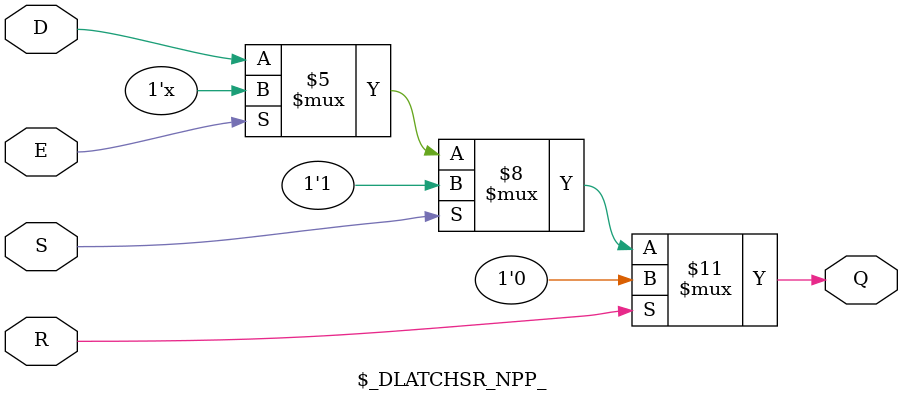
<source format=v>

module \$_DLATCHSR_NPP_ (E, S, R, D, Q);
input E, S, R, D;
output reg Q;
always @* begin
	if (R == 1)
		Q <= 0;
	else if (S == 1)
		Q <= 1;
	else if (E == 0)
		Q <= D;
end
endmodule

</source>
